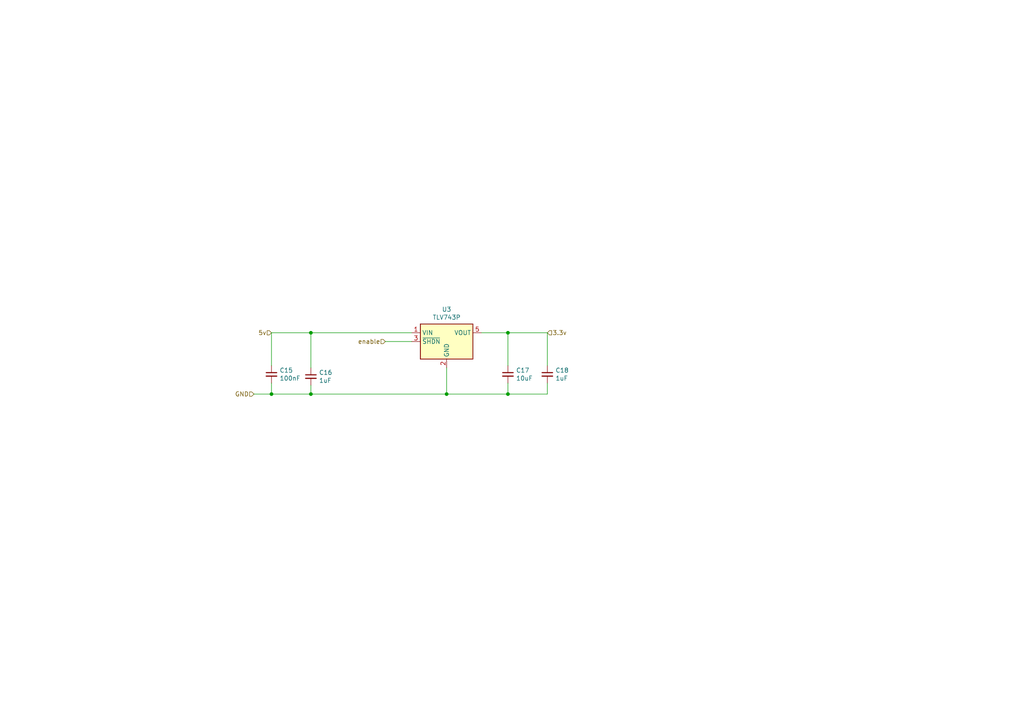
<source format=kicad_sch>
(kicad_sch (version 20230121) (generator eeschema)
  (paper "A4")
  (lib_symbols
    (symbol "Device:C_Small" (pin_numbers hide) (pin_names (offset 0.254) hide)
      (property "Reference" "C" (at 0.254 1.778 0))
      (property "Value" "C_Small" (at 0.254 -2.032 0))
      (symbol "C_Small_0_1"
        (polyline (pts (xy -1.524 -0.508) (xy 1.524 -0.508)) (stroke (width 0.3302)))
        (polyline (pts (xy -1.524 0.508) (xy 1.524 0.508)) (stroke (width 0.3048)))
      )
      (symbol "C_Small_1_1"
        (pin passive line (at 0 2.54 270) (length 2.032) (name "~") (number "1"))
        (pin passive line (at 0 -2.54 90) (length 2.032) (name "~") (number "2"))
      )
    )
    (symbol "Regulator_Linear:TC1017-xCT"
      (property "Reference" "U" (at -6.35 6.35 0))
      (property "Value" "TC1017-xCT" (at 0 6.35 0))
      (symbol "TC1017-xCT_0_1"
        (rectangle (start -7.62 5.08) (end 7.62 -5.08) (stroke (width 0.254)) (fill (type background)))
      )
      (symbol "TC1017-xCT_1_1"
        (pin power_in line (at -10.16 2.54 0) (length 2.54) (name "VIN") (number "1"))
        (pin power_in line (at 0 -7.62 90) (length 2.54) (name "GND") (number "2"))
        (pin input line (at -10.16 0 0) (length 2.54) (name "~{SHDN}") (number "3"))
        (pin no_connect line (at 7.62 0 180) (length 2.54) hide (name "NC") (number "4"))
        (pin power_out line (at 10.16 2.54 180) (length 2.54) (name "VOUT") (number "5"))
      )
    )
  )
  (junction (at 147.32 114.3))
  (junction (at 129.54 114.3))
  (junction (at 90.17 96.52))
  (junction (at 90.17 114.3))
  (junction (at 147.32 96.52))
  (junction (at 78.74 114.3))
  (wire (pts (xy 90.17 111.76) (xy 90.17 114.3)))
  (wire (pts (xy 158.75 96.52) (xy 158.75 106.045)))
  (wire (pts (xy 147.32 114.3) (xy 158.75 114.3)))
  (wire (pts (xy 78.74 96.52) (xy 90.17 96.52)))
  (wire (pts (xy 158.75 111.125) (xy 158.75 114.3)))
  (wire (pts (xy 90.17 96.52) (xy 90.17 106.68)))
  (wire (pts (xy 78.74 106.045) (xy 78.74 96.52)))
  (wire (pts (xy 129.54 114.3) (xy 147.32 114.3)))
  (wire (pts (xy 78.74 111.125) (xy 78.74 114.3)))
  (wire (pts (xy 129.54 106.68) (xy 129.54 114.3)))
  (wire (pts (xy 147.32 96.52) (xy 158.75 96.52)))
  (wire (pts (xy 90.17 96.52) (xy 119.38 96.52)))
  (wire (pts (xy 147.32 106.045) (xy 147.32 96.52)))
  (wire (pts (xy 90.17 114.3) (xy 129.54 114.3)))
  (wire (pts (xy 73.66 114.3) (xy 78.74 114.3)))
  (wire (pts (xy 111.76 99.06) (xy 119.38 99.06)))
  (wire (pts (xy 78.74 114.3) (xy 90.17 114.3)))
  (wire (pts (xy 147.32 111.125) (xy 147.32 114.3)))
  (wire (pts (xy 139.7 96.52) (xy 147.32 96.52)))
  (hierarchical_label "enable" (shape input) (at 111.76 99.06 180))
  (hierarchical_label "3.3v" (shape input) (at 158.75 96.52 0))
  (hierarchical_label "GND" (shape input) (at 73.66 114.3 180))
  (hierarchical_label "5v" (shape input) (at 78.74 96.52 180))
  (symbol (lib_id "Device:C_Small") (at 158.75 108.585 0) (unit 1)
    (property "Reference" "C18" (at 161.0868 107.4166 0) (effects (justify left)))
    (property "Value" "1uF" (at 161.0868 109.728 0) (effects (justify left)))
    (property "Footprint" "Capacitor_SMD:C_0603_1608Metric" (effects hide))
  )
  (symbol (lib_id "Regulator_Linear:TC1017-xCT") (at 129.54 99.06 0) (unit 1)
    (property "Reference" "U3" (at 129.54 89.7382 0))
    (property "Value" "TLV743P" (at 129.54 92.0496 0))
    (property "Footprint" "Package_TO_SOT_SMD:SOT-23-5" (effects hide))
    (property "MPN" "TLV74333PDBVR" (effects hide))
    (property "Digi-Key_PN" "296-47852-1-ND" (effects hide))
  )
  (symbol (lib_id "Device:C_Small") (at 78.74 108.585 0) (unit 1)
    (property "Reference" "C15" (at 81.0768 107.4166 0) (effects (justify left)))
    (property "Value" "100nF" (at 81.0768 109.728 0) (effects (justify left)))
    (property "Footprint" "Capacitor_SMD:C_0603_1608Metric" (effects hide))
  )
  (symbol (lib_id "Device:C_Small") (at 90.17 109.22 0) (unit 1)
    (property "Reference" "C16" (at 92.5068 108.0516 0) (effects (justify left)))
    (property "Value" "1uF" (at 92.5068 110.363 0) (effects (justify left)))
    (property "Footprint" "Capacitor_SMD:C_0603_1608Metric" (effects hide))
  )
  (symbol (lib_id "Device:C_Small") (at 147.32 108.585 0) (unit 1)
    (property "Reference" "C17" (at 149.6568 107.4166 0) (effects (justify left)))
    (property "Value" "10uF" (at 149.6568 109.728 0) (effects (justify left)))
    (property "Footprint" "Capacitor_SMD:C_0603_1608Metric" (effects hide))
  )
)
</source>
